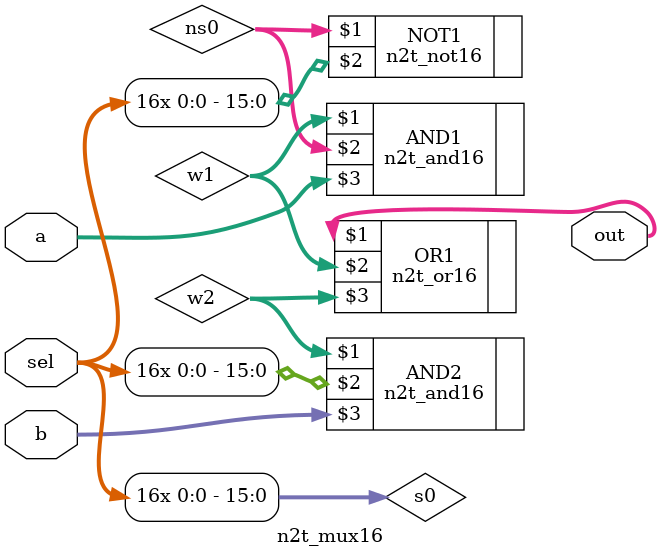
<source format=v>
module n2t_mux16(out, a,b,sel);
    output [15:0] out;
    input  [15:0] a,b;
    input sel;
    
    wire [15:0] s0;
    wire [15:0] ns0, w1, w2;
    
    
    assign s0 = {sel,sel,sel,sel,sel,sel,sel,sel,sel,sel,sel,sel,sel,sel,sel,sel};
    
    
    n2t_not16 NOT1(ns0, s0);
    
    n2t_and16 AND1( w1, ns0,  a);
    n2t_and16 AND2( w2,  s0,  b);
    n2t_or16  OR1 ( out,   w1, w2);
endmodule

</source>
